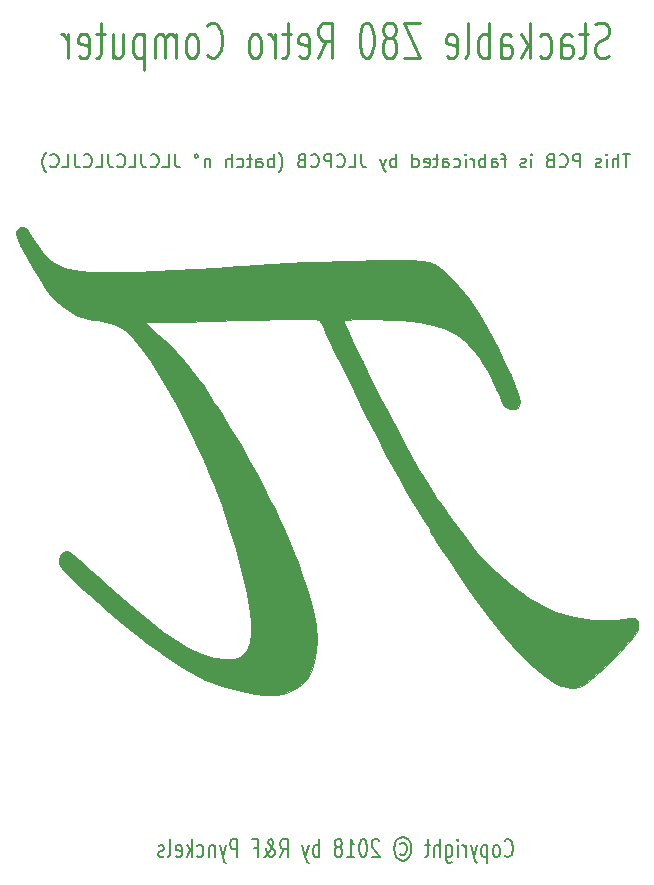
<source format=gbo>
%TF.GenerationSoftware,KiCad,Pcbnew,(5.0.0)*%
%TF.CreationDate,2018-10-23T17:24:24+02:00*%
%TF.ProjectId,S80 Memory,533830204D656D6F72792E6B69636164,1.0*%
%TF.SameCoordinates,Original*%
%TF.FileFunction,Legend,Bot*%
%TF.FilePolarity,Positive*%
%FSLAX46Y46*%
G04 Gerber Fmt 4.6, Leading zero omitted, Abs format (unit mm)*
G04 Created by KiCad (PCBNEW (5.0.0)) date 10/23/18 17:24:24*
%MOMM*%
%LPD*%
G01*
G04 APERTURE LIST*
%ADD10C,0.150000*%
%ADD11C,0.250000*%
%ADD12C,0.010000*%
G04 APERTURE END LIST*
D10*
X164079510Y-138833634D02*
X164131891Y-138905062D01*
X164289034Y-138976491D01*
X164393796Y-138976491D01*
X164550939Y-138905062D01*
X164655700Y-138762205D01*
X164708081Y-138619348D01*
X164760462Y-138333634D01*
X164760462Y-138119348D01*
X164708081Y-137833634D01*
X164655700Y-137690777D01*
X164550939Y-137547920D01*
X164393796Y-137476491D01*
X164289034Y-137476491D01*
X164131891Y-137547920D01*
X164079510Y-137619348D01*
X163450939Y-138976491D02*
X163555700Y-138905062D01*
X163608081Y-138833634D01*
X163660462Y-138690777D01*
X163660462Y-138262205D01*
X163608081Y-138119348D01*
X163555700Y-138047920D01*
X163450939Y-137976491D01*
X163293796Y-137976491D01*
X163189034Y-138047920D01*
X163136653Y-138119348D01*
X163084272Y-138262205D01*
X163084272Y-138690777D01*
X163136653Y-138833634D01*
X163189034Y-138905062D01*
X163293796Y-138976491D01*
X163450939Y-138976491D01*
X162612843Y-137976491D02*
X162612843Y-139476491D01*
X162612843Y-138047920D02*
X162508081Y-137976491D01*
X162298558Y-137976491D01*
X162193796Y-138047920D01*
X162141415Y-138119348D01*
X162089034Y-138262205D01*
X162089034Y-138690777D01*
X162141415Y-138833634D01*
X162193796Y-138905062D01*
X162298558Y-138976491D01*
X162508081Y-138976491D01*
X162612843Y-138905062D01*
X161722367Y-137976491D02*
X161460462Y-138976491D01*
X161198558Y-137976491D02*
X161460462Y-138976491D01*
X161565224Y-139333634D01*
X161617605Y-139405062D01*
X161722367Y-139476491D01*
X160779510Y-138976491D02*
X160779510Y-137976491D01*
X160779510Y-138262205D02*
X160727129Y-138119348D01*
X160674748Y-138047920D01*
X160569986Y-137976491D01*
X160465224Y-137976491D01*
X160098558Y-138976491D02*
X160098558Y-137976491D01*
X160098558Y-137476491D02*
X160150939Y-137547920D01*
X160098558Y-137619348D01*
X160046177Y-137547920D01*
X160098558Y-137476491D01*
X160098558Y-137619348D01*
X159103320Y-137976491D02*
X159103320Y-139190777D01*
X159155700Y-139333634D01*
X159208081Y-139405062D01*
X159312843Y-139476491D01*
X159469986Y-139476491D01*
X159574748Y-139405062D01*
X159103320Y-138905062D02*
X159208081Y-138976491D01*
X159417605Y-138976491D01*
X159522367Y-138905062D01*
X159574748Y-138833634D01*
X159627129Y-138690777D01*
X159627129Y-138262205D01*
X159574748Y-138119348D01*
X159522367Y-138047920D01*
X159417605Y-137976491D01*
X159208081Y-137976491D01*
X159103320Y-138047920D01*
X158579510Y-138976491D02*
X158579510Y-137476491D01*
X158108081Y-138976491D02*
X158108081Y-138190777D01*
X158160462Y-138047920D01*
X158265224Y-137976491D01*
X158422367Y-137976491D01*
X158527129Y-138047920D01*
X158579510Y-138119348D01*
X157741415Y-137976491D02*
X157322367Y-137976491D01*
X157584272Y-137476491D02*
X157584272Y-138762205D01*
X157531891Y-138905062D01*
X157427129Y-138976491D01*
X157322367Y-138976491D01*
X155227129Y-137833634D02*
X155331891Y-137762205D01*
X155541415Y-137762205D01*
X155646177Y-137833634D01*
X155750939Y-137976491D01*
X155803320Y-138119348D01*
X155803320Y-138405062D01*
X155750939Y-138547920D01*
X155646177Y-138690777D01*
X155541415Y-138762205D01*
X155331891Y-138762205D01*
X155227129Y-138690777D01*
X155436653Y-137262205D02*
X155698558Y-137333634D01*
X155960462Y-137547920D01*
X156117605Y-137905062D01*
X156169986Y-138262205D01*
X156117605Y-138619348D01*
X155960462Y-138976491D01*
X155698558Y-139190777D01*
X155436653Y-139262205D01*
X155174748Y-139190777D01*
X154912843Y-138976491D01*
X154755700Y-138619348D01*
X154703320Y-138262205D01*
X154755700Y-137905062D01*
X154912843Y-137547920D01*
X155174748Y-137333634D01*
X155436653Y-137262205D01*
X153446177Y-137619348D02*
X153393796Y-137547920D01*
X153289034Y-137476491D01*
X153027129Y-137476491D01*
X152922367Y-137547920D01*
X152869986Y-137619348D01*
X152817605Y-137762205D01*
X152817605Y-137905062D01*
X152869986Y-138119348D01*
X153498558Y-138976491D01*
X152817605Y-138976491D01*
X152136653Y-137476491D02*
X152031891Y-137476491D01*
X151927129Y-137547920D01*
X151874748Y-137619348D01*
X151822367Y-137762205D01*
X151769986Y-138047920D01*
X151769986Y-138405062D01*
X151822367Y-138690777D01*
X151874748Y-138833634D01*
X151927129Y-138905062D01*
X152031891Y-138976491D01*
X152136653Y-138976491D01*
X152241415Y-138905062D01*
X152293796Y-138833634D01*
X152346177Y-138690777D01*
X152398558Y-138405062D01*
X152398558Y-138047920D01*
X152346177Y-137762205D01*
X152293796Y-137619348D01*
X152241415Y-137547920D01*
X152136653Y-137476491D01*
X150722367Y-138976491D02*
X151350939Y-138976491D01*
X151036653Y-138976491D02*
X151036653Y-137476491D01*
X151141415Y-137690777D01*
X151246177Y-137833634D01*
X151350939Y-137905062D01*
X150093796Y-138119348D02*
X150198558Y-138047920D01*
X150250939Y-137976491D01*
X150303320Y-137833634D01*
X150303320Y-137762205D01*
X150250939Y-137619348D01*
X150198558Y-137547920D01*
X150093796Y-137476491D01*
X149884272Y-137476491D01*
X149779510Y-137547920D01*
X149727129Y-137619348D01*
X149674748Y-137762205D01*
X149674748Y-137833634D01*
X149727129Y-137976491D01*
X149779510Y-138047920D01*
X149884272Y-138119348D01*
X150093796Y-138119348D01*
X150198558Y-138190777D01*
X150250939Y-138262205D01*
X150303320Y-138405062D01*
X150303320Y-138690777D01*
X150250939Y-138833634D01*
X150198558Y-138905062D01*
X150093796Y-138976491D01*
X149884272Y-138976491D01*
X149779510Y-138905062D01*
X149727129Y-138833634D01*
X149674748Y-138690777D01*
X149674748Y-138405062D01*
X149727129Y-138262205D01*
X149779510Y-138190777D01*
X149884272Y-138119348D01*
X148365224Y-138976491D02*
X148365224Y-137476491D01*
X148365224Y-138047920D02*
X148260462Y-137976491D01*
X148050939Y-137976491D01*
X147946177Y-138047920D01*
X147893796Y-138119348D01*
X147841415Y-138262205D01*
X147841415Y-138690777D01*
X147893796Y-138833634D01*
X147946177Y-138905062D01*
X148050939Y-138976491D01*
X148260462Y-138976491D01*
X148365224Y-138905062D01*
X147474748Y-137976491D02*
X147212843Y-138976491D01*
X146950939Y-137976491D02*
X147212843Y-138976491D01*
X147317605Y-139333634D01*
X147369986Y-139405062D01*
X147474748Y-139476491D01*
X145065224Y-138976491D02*
X145431891Y-138262205D01*
X145693796Y-138976491D02*
X145693796Y-137476491D01*
X145274748Y-137476491D01*
X145169986Y-137547920D01*
X145117605Y-137619348D01*
X145065224Y-137762205D01*
X145065224Y-137976491D01*
X145117605Y-138119348D01*
X145169986Y-138190777D01*
X145274748Y-138262205D01*
X145693796Y-138262205D01*
X143703320Y-138976491D02*
X143755700Y-138976491D01*
X143860462Y-138905062D01*
X144017605Y-138690777D01*
X144279510Y-138262205D01*
X144384272Y-138047920D01*
X144436653Y-137833634D01*
X144436653Y-137690777D01*
X144384272Y-137547920D01*
X144279510Y-137476491D01*
X144227129Y-137476491D01*
X144122367Y-137547920D01*
X144069986Y-137690777D01*
X144069986Y-137762205D01*
X144122367Y-137905062D01*
X144174748Y-137976491D01*
X144489034Y-138262205D01*
X144541415Y-138333634D01*
X144593796Y-138476491D01*
X144593796Y-138690777D01*
X144541415Y-138833634D01*
X144489034Y-138905062D01*
X144384272Y-138976491D01*
X144227129Y-138976491D01*
X144122367Y-138905062D01*
X144069986Y-138833634D01*
X143912843Y-138547920D01*
X143860462Y-138333634D01*
X143860462Y-138190777D01*
X142865224Y-138190777D02*
X143231891Y-138190777D01*
X143231891Y-138976491D02*
X143231891Y-137476491D01*
X142708081Y-137476491D01*
X141450939Y-138976491D02*
X141450939Y-137476491D01*
X141031891Y-137476491D01*
X140927129Y-137547920D01*
X140874748Y-137619348D01*
X140822367Y-137762205D01*
X140822367Y-137976491D01*
X140874748Y-138119348D01*
X140927129Y-138190777D01*
X141031891Y-138262205D01*
X141450939Y-138262205D01*
X140455700Y-137976491D02*
X140193796Y-138976491D01*
X139931891Y-137976491D02*
X140193796Y-138976491D01*
X140298558Y-139333634D01*
X140350939Y-139405062D01*
X140455700Y-139476491D01*
X139512843Y-137976491D02*
X139512843Y-138976491D01*
X139512843Y-138119348D02*
X139460462Y-138047920D01*
X139355700Y-137976491D01*
X139198558Y-137976491D01*
X139093796Y-138047920D01*
X139041415Y-138190777D01*
X139041415Y-138976491D01*
X138046177Y-138905062D02*
X138150939Y-138976491D01*
X138360462Y-138976491D01*
X138465224Y-138905062D01*
X138517605Y-138833634D01*
X138569986Y-138690777D01*
X138569986Y-138262205D01*
X138517605Y-138119348D01*
X138465224Y-138047920D01*
X138360462Y-137976491D01*
X138150939Y-137976491D01*
X138046177Y-138047920D01*
X137574748Y-138976491D02*
X137574748Y-137476491D01*
X137469986Y-138405062D02*
X137155700Y-138976491D01*
X137155700Y-137976491D02*
X137574748Y-138547920D01*
X136265224Y-138905062D02*
X136369986Y-138976491D01*
X136579510Y-138976491D01*
X136684272Y-138905062D01*
X136736653Y-138762205D01*
X136736653Y-138190777D01*
X136684272Y-138047920D01*
X136579510Y-137976491D01*
X136369986Y-137976491D01*
X136265224Y-138047920D01*
X136212843Y-138190777D01*
X136212843Y-138333634D01*
X136736653Y-138476491D01*
X135584272Y-138976491D02*
X135689034Y-138905062D01*
X135741415Y-138762205D01*
X135741415Y-137476491D01*
X135217605Y-138905062D02*
X135112843Y-138976491D01*
X134903320Y-138976491D01*
X134798558Y-138905062D01*
X134746177Y-138762205D01*
X134746177Y-138690777D01*
X134798558Y-138547920D01*
X134903320Y-138476491D01*
X135060462Y-138476491D01*
X135165224Y-138405062D01*
X135217605Y-138262205D01*
X135217605Y-138190777D01*
X135165224Y-138047920D01*
X135060462Y-137976491D01*
X134903320Y-137976491D01*
X134798558Y-138047920D01*
D11*
X172879038Y-71175285D02*
X172593323Y-71318142D01*
X172117133Y-71318142D01*
X171926657Y-71175285D01*
X171831419Y-71032428D01*
X171736180Y-70746714D01*
X171736180Y-70461000D01*
X171831419Y-70175285D01*
X171926657Y-70032428D01*
X172117133Y-69889571D01*
X172498085Y-69746714D01*
X172688561Y-69603857D01*
X172783800Y-69461000D01*
X172879038Y-69175285D01*
X172879038Y-68889571D01*
X172783800Y-68603857D01*
X172688561Y-68461000D01*
X172498085Y-68318142D01*
X172021895Y-68318142D01*
X171736180Y-68461000D01*
X171164752Y-69318142D02*
X170402847Y-69318142D01*
X170879038Y-68318142D02*
X170879038Y-70889571D01*
X170783800Y-71175285D01*
X170593323Y-71318142D01*
X170402847Y-71318142D01*
X168879038Y-71318142D02*
X168879038Y-69746714D01*
X168974276Y-69461000D01*
X169164752Y-69318142D01*
X169545704Y-69318142D01*
X169736180Y-69461000D01*
X168879038Y-71175285D02*
X169069514Y-71318142D01*
X169545704Y-71318142D01*
X169736180Y-71175285D01*
X169831419Y-70889571D01*
X169831419Y-70603857D01*
X169736180Y-70318142D01*
X169545704Y-70175285D01*
X169069514Y-70175285D01*
X168879038Y-70032428D01*
X167069514Y-71175285D02*
X167259990Y-71318142D01*
X167640942Y-71318142D01*
X167831419Y-71175285D01*
X167926657Y-71032428D01*
X168021895Y-70746714D01*
X168021895Y-69889571D01*
X167926657Y-69603857D01*
X167831419Y-69461000D01*
X167640942Y-69318142D01*
X167259990Y-69318142D01*
X167069514Y-69461000D01*
X166212371Y-71318142D02*
X166212371Y-68318142D01*
X166021895Y-70175285D02*
X165450466Y-71318142D01*
X165450466Y-69318142D02*
X166212371Y-70461000D01*
X163736180Y-71318142D02*
X163736180Y-69746714D01*
X163831419Y-69461000D01*
X164021895Y-69318142D01*
X164402847Y-69318142D01*
X164593323Y-69461000D01*
X163736180Y-71175285D02*
X163926657Y-71318142D01*
X164402847Y-71318142D01*
X164593323Y-71175285D01*
X164688561Y-70889571D01*
X164688561Y-70603857D01*
X164593323Y-70318142D01*
X164402847Y-70175285D01*
X163926657Y-70175285D01*
X163736180Y-70032428D01*
X162783800Y-71318142D02*
X162783800Y-68318142D01*
X162783800Y-69461000D02*
X162593323Y-69318142D01*
X162212371Y-69318142D01*
X162021895Y-69461000D01*
X161926657Y-69603857D01*
X161831419Y-69889571D01*
X161831419Y-70746714D01*
X161926657Y-71032428D01*
X162021895Y-71175285D01*
X162212371Y-71318142D01*
X162593323Y-71318142D01*
X162783800Y-71175285D01*
X160688561Y-71318142D02*
X160879038Y-71175285D01*
X160974276Y-70889571D01*
X160974276Y-68318142D01*
X159164752Y-71175285D02*
X159355228Y-71318142D01*
X159736180Y-71318142D01*
X159926657Y-71175285D01*
X160021895Y-70889571D01*
X160021895Y-69746714D01*
X159926657Y-69461000D01*
X159736180Y-69318142D01*
X159355228Y-69318142D01*
X159164752Y-69461000D01*
X159069514Y-69746714D01*
X159069514Y-70032428D01*
X160021895Y-70318142D01*
X156879038Y-68318142D02*
X155545704Y-68318142D01*
X156879038Y-71318142D01*
X155545704Y-71318142D01*
X154498085Y-69603857D02*
X154688561Y-69461000D01*
X154783800Y-69318142D01*
X154879038Y-69032428D01*
X154879038Y-68889571D01*
X154783800Y-68603857D01*
X154688561Y-68461000D01*
X154498085Y-68318142D01*
X154117133Y-68318142D01*
X153926657Y-68461000D01*
X153831419Y-68603857D01*
X153736180Y-68889571D01*
X153736180Y-69032428D01*
X153831419Y-69318142D01*
X153926657Y-69461000D01*
X154117133Y-69603857D01*
X154498085Y-69603857D01*
X154688561Y-69746714D01*
X154783800Y-69889571D01*
X154879038Y-70175285D01*
X154879038Y-70746714D01*
X154783800Y-71032428D01*
X154688561Y-71175285D01*
X154498085Y-71318142D01*
X154117133Y-71318142D01*
X153926657Y-71175285D01*
X153831419Y-71032428D01*
X153736180Y-70746714D01*
X153736180Y-70175285D01*
X153831419Y-69889571D01*
X153926657Y-69746714D01*
X154117133Y-69603857D01*
X152498085Y-68318142D02*
X152307609Y-68318142D01*
X152117133Y-68461000D01*
X152021895Y-68603857D01*
X151926657Y-68889571D01*
X151831419Y-69461000D01*
X151831419Y-70175285D01*
X151926657Y-70746714D01*
X152021895Y-71032428D01*
X152117133Y-71175285D01*
X152307609Y-71318142D01*
X152498085Y-71318142D01*
X152688561Y-71175285D01*
X152783800Y-71032428D01*
X152879038Y-70746714D01*
X152974276Y-70175285D01*
X152974276Y-69461000D01*
X152879038Y-68889571D01*
X152783800Y-68603857D01*
X152688561Y-68461000D01*
X152498085Y-68318142D01*
X148307609Y-71318142D02*
X148974276Y-69889571D01*
X149450466Y-71318142D02*
X149450466Y-68318142D01*
X148688561Y-68318142D01*
X148498085Y-68461000D01*
X148402847Y-68603857D01*
X148307609Y-68889571D01*
X148307609Y-69318142D01*
X148402847Y-69603857D01*
X148498085Y-69746714D01*
X148688561Y-69889571D01*
X149450466Y-69889571D01*
X146688561Y-71175285D02*
X146879038Y-71318142D01*
X147259990Y-71318142D01*
X147450466Y-71175285D01*
X147545704Y-70889571D01*
X147545704Y-69746714D01*
X147450466Y-69461000D01*
X147259990Y-69318142D01*
X146879038Y-69318142D01*
X146688561Y-69461000D01*
X146593323Y-69746714D01*
X146593323Y-70032428D01*
X147545704Y-70318142D01*
X146021895Y-69318142D02*
X145259990Y-69318142D01*
X145736180Y-68318142D02*
X145736180Y-70889571D01*
X145640942Y-71175285D01*
X145450466Y-71318142D01*
X145259990Y-71318142D01*
X144593323Y-71318142D02*
X144593323Y-69318142D01*
X144593323Y-69889571D02*
X144498085Y-69603857D01*
X144402847Y-69461000D01*
X144212371Y-69318142D01*
X144021895Y-69318142D01*
X143069514Y-71318142D02*
X143259990Y-71175285D01*
X143355228Y-71032428D01*
X143450466Y-70746714D01*
X143450466Y-69889571D01*
X143355228Y-69603857D01*
X143259990Y-69461000D01*
X143069514Y-69318142D01*
X142783800Y-69318142D01*
X142593323Y-69461000D01*
X142498085Y-69603857D01*
X142402847Y-69889571D01*
X142402847Y-70746714D01*
X142498085Y-71032428D01*
X142593323Y-71175285D01*
X142783800Y-71318142D01*
X143069514Y-71318142D01*
X138879038Y-71032428D02*
X138974276Y-71175285D01*
X139259990Y-71318142D01*
X139450466Y-71318142D01*
X139736180Y-71175285D01*
X139926657Y-70889571D01*
X140021895Y-70603857D01*
X140117133Y-70032428D01*
X140117133Y-69603857D01*
X140021895Y-69032428D01*
X139926657Y-68746714D01*
X139736180Y-68461000D01*
X139450466Y-68318142D01*
X139259990Y-68318142D01*
X138974276Y-68461000D01*
X138879038Y-68603857D01*
X137736180Y-71318142D02*
X137926657Y-71175285D01*
X138021895Y-71032428D01*
X138117133Y-70746714D01*
X138117133Y-69889571D01*
X138021895Y-69603857D01*
X137926657Y-69461000D01*
X137736180Y-69318142D01*
X137450466Y-69318142D01*
X137259990Y-69461000D01*
X137164752Y-69603857D01*
X137069514Y-69889571D01*
X137069514Y-70746714D01*
X137164752Y-71032428D01*
X137259990Y-71175285D01*
X137450466Y-71318142D01*
X137736180Y-71318142D01*
X136212371Y-71318142D02*
X136212371Y-69318142D01*
X136212371Y-69603857D02*
X136117133Y-69461000D01*
X135926657Y-69318142D01*
X135640942Y-69318142D01*
X135450466Y-69461000D01*
X135355228Y-69746714D01*
X135355228Y-71318142D01*
X135355228Y-69746714D02*
X135259990Y-69461000D01*
X135069514Y-69318142D01*
X134783800Y-69318142D01*
X134593323Y-69461000D01*
X134498085Y-69746714D01*
X134498085Y-71318142D01*
X133545704Y-69318142D02*
X133545704Y-72318142D01*
X133545704Y-69461000D02*
X133355228Y-69318142D01*
X132974276Y-69318142D01*
X132783800Y-69461000D01*
X132688561Y-69603857D01*
X132593323Y-69889571D01*
X132593323Y-70746714D01*
X132688561Y-71032428D01*
X132783800Y-71175285D01*
X132974276Y-71318142D01*
X133355228Y-71318142D01*
X133545704Y-71175285D01*
X130879038Y-69318142D02*
X130879038Y-71318142D01*
X131736180Y-69318142D02*
X131736180Y-70889571D01*
X131640942Y-71175285D01*
X131450466Y-71318142D01*
X131164752Y-71318142D01*
X130974276Y-71175285D01*
X130879038Y-71032428D01*
X130212371Y-69318142D02*
X129450466Y-69318142D01*
X129926657Y-68318142D02*
X129926657Y-70889571D01*
X129831419Y-71175285D01*
X129640942Y-71318142D01*
X129450466Y-71318142D01*
X128021895Y-71175285D02*
X128212371Y-71318142D01*
X128593323Y-71318142D01*
X128783800Y-71175285D01*
X128879038Y-70889571D01*
X128879038Y-69746714D01*
X128783800Y-69461000D01*
X128593323Y-69318142D01*
X128212371Y-69318142D01*
X128021895Y-69461000D01*
X127926657Y-69746714D01*
X127926657Y-70032428D01*
X128879038Y-70318142D01*
X127069514Y-71318142D02*
X127069514Y-69318142D01*
X127069514Y-69889571D02*
X126974276Y-69603857D01*
X126879038Y-69461000D01*
X126688561Y-69318142D01*
X126498085Y-69318142D01*
D10*
X174700523Y-79461619D02*
X174071952Y-79461619D01*
X174386238Y-80561619D02*
X174386238Y-79461619D01*
X173705285Y-80561619D02*
X173705285Y-79461619D01*
X173233857Y-80561619D02*
X173233857Y-79985428D01*
X173286238Y-79880666D01*
X173391000Y-79828285D01*
X173548142Y-79828285D01*
X173652904Y-79880666D01*
X173705285Y-79933047D01*
X172710047Y-80561619D02*
X172710047Y-79828285D01*
X172710047Y-79461619D02*
X172762428Y-79514000D01*
X172710047Y-79566380D01*
X172657666Y-79514000D01*
X172710047Y-79461619D01*
X172710047Y-79566380D01*
X172238619Y-80509238D02*
X172133857Y-80561619D01*
X171924333Y-80561619D01*
X171819571Y-80509238D01*
X171767190Y-80404476D01*
X171767190Y-80352095D01*
X171819571Y-80247333D01*
X171924333Y-80194952D01*
X172081476Y-80194952D01*
X172186238Y-80142571D01*
X172238619Y-80037809D01*
X172238619Y-79985428D01*
X172186238Y-79880666D01*
X172081476Y-79828285D01*
X171924333Y-79828285D01*
X171819571Y-79880666D01*
X170457666Y-80561619D02*
X170457666Y-79461619D01*
X170038619Y-79461619D01*
X169933857Y-79514000D01*
X169881476Y-79566380D01*
X169829095Y-79671142D01*
X169829095Y-79828285D01*
X169881476Y-79933047D01*
X169933857Y-79985428D01*
X170038619Y-80037809D01*
X170457666Y-80037809D01*
X168729095Y-80456857D02*
X168781476Y-80509238D01*
X168938619Y-80561619D01*
X169043380Y-80561619D01*
X169200523Y-80509238D01*
X169305285Y-80404476D01*
X169357666Y-80299714D01*
X169410047Y-80090190D01*
X169410047Y-79933047D01*
X169357666Y-79723523D01*
X169305285Y-79618761D01*
X169200523Y-79514000D01*
X169043380Y-79461619D01*
X168938619Y-79461619D01*
X168781476Y-79514000D01*
X168729095Y-79566380D01*
X167891000Y-79985428D02*
X167733857Y-80037809D01*
X167681476Y-80090190D01*
X167629095Y-80194952D01*
X167629095Y-80352095D01*
X167681476Y-80456857D01*
X167733857Y-80509238D01*
X167838619Y-80561619D01*
X168257666Y-80561619D01*
X168257666Y-79461619D01*
X167891000Y-79461619D01*
X167786238Y-79514000D01*
X167733857Y-79566380D01*
X167681476Y-79671142D01*
X167681476Y-79775904D01*
X167733857Y-79880666D01*
X167786238Y-79933047D01*
X167891000Y-79985428D01*
X168257666Y-79985428D01*
X166319571Y-80561619D02*
X166319571Y-79828285D01*
X166319571Y-79461619D02*
X166371952Y-79514000D01*
X166319571Y-79566380D01*
X166267190Y-79514000D01*
X166319571Y-79461619D01*
X166319571Y-79566380D01*
X165848142Y-80509238D02*
X165743380Y-80561619D01*
X165533857Y-80561619D01*
X165429095Y-80509238D01*
X165376714Y-80404476D01*
X165376714Y-80352095D01*
X165429095Y-80247333D01*
X165533857Y-80194952D01*
X165691000Y-80194952D01*
X165795761Y-80142571D01*
X165848142Y-80037809D01*
X165848142Y-79985428D01*
X165795761Y-79880666D01*
X165691000Y-79828285D01*
X165533857Y-79828285D01*
X165429095Y-79880666D01*
X164224333Y-79828285D02*
X163805285Y-79828285D01*
X164067190Y-80561619D02*
X164067190Y-79618761D01*
X164014809Y-79514000D01*
X163910047Y-79461619D01*
X163805285Y-79461619D01*
X162967190Y-80561619D02*
X162967190Y-79985428D01*
X163019571Y-79880666D01*
X163124333Y-79828285D01*
X163333857Y-79828285D01*
X163438619Y-79880666D01*
X162967190Y-80509238D02*
X163071952Y-80561619D01*
X163333857Y-80561619D01*
X163438619Y-80509238D01*
X163491000Y-80404476D01*
X163491000Y-80299714D01*
X163438619Y-80194952D01*
X163333857Y-80142571D01*
X163071952Y-80142571D01*
X162967190Y-80090190D01*
X162443380Y-80561619D02*
X162443380Y-79461619D01*
X162443380Y-79880666D02*
X162338619Y-79828285D01*
X162129095Y-79828285D01*
X162024333Y-79880666D01*
X161971952Y-79933047D01*
X161919571Y-80037809D01*
X161919571Y-80352095D01*
X161971952Y-80456857D01*
X162024333Y-80509238D01*
X162129095Y-80561619D01*
X162338619Y-80561619D01*
X162443380Y-80509238D01*
X161448142Y-80561619D02*
X161448142Y-79828285D01*
X161448142Y-80037809D02*
X161395761Y-79933047D01*
X161343380Y-79880666D01*
X161238619Y-79828285D01*
X161133857Y-79828285D01*
X160767190Y-80561619D02*
X160767190Y-79828285D01*
X160767190Y-79461619D02*
X160819571Y-79514000D01*
X160767190Y-79566380D01*
X160714809Y-79514000D01*
X160767190Y-79461619D01*
X160767190Y-79566380D01*
X159771952Y-80509238D02*
X159876714Y-80561619D01*
X160086238Y-80561619D01*
X160191000Y-80509238D01*
X160243380Y-80456857D01*
X160295761Y-80352095D01*
X160295761Y-80037809D01*
X160243380Y-79933047D01*
X160191000Y-79880666D01*
X160086238Y-79828285D01*
X159876714Y-79828285D01*
X159771952Y-79880666D01*
X158829095Y-80561619D02*
X158829095Y-79985428D01*
X158881476Y-79880666D01*
X158986238Y-79828285D01*
X159195761Y-79828285D01*
X159300523Y-79880666D01*
X158829095Y-80509238D02*
X158933857Y-80561619D01*
X159195761Y-80561619D01*
X159300523Y-80509238D01*
X159352904Y-80404476D01*
X159352904Y-80299714D01*
X159300523Y-80194952D01*
X159195761Y-80142571D01*
X158933857Y-80142571D01*
X158829095Y-80090190D01*
X158462428Y-79828285D02*
X158043380Y-79828285D01*
X158305285Y-79461619D02*
X158305285Y-80404476D01*
X158252904Y-80509238D01*
X158148142Y-80561619D01*
X158043380Y-80561619D01*
X157257666Y-80509238D02*
X157362428Y-80561619D01*
X157571952Y-80561619D01*
X157676714Y-80509238D01*
X157729095Y-80404476D01*
X157729095Y-79985428D01*
X157676714Y-79880666D01*
X157571952Y-79828285D01*
X157362428Y-79828285D01*
X157257666Y-79880666D01*
X157205285Y-79985428D01*
X157205285Y-80090190D01*
X157729095Y-80194952D01*
X156262428Y-80561619D02*
X156262428Y-79461619D01*
X156262428Y-80509238D02*
X156367190Y-80561619D01*
X156576714Y-80561619D01*
X156681476Y-80509238D01*
X156733857Y-80456857D01*
X156786238Y-80352095D01*
X156786238Y-80037809D01*
X156733857Y-79933047D01*
X156681476Y-79880666D01*
X156576714Y-79828285D01*
X156367190Y-79828285D01*
X156262428Y-79880666D01*
X154900523Y-80561619D02*
X154900523Y-79461619D01*
X154900523Y-79880666D02*
X154795761Y-79828285D01*
X154586238Y-79828285D01*
X154481476Y-79880666D01*
X154429095Y-79933047D01*
X154376714Y-80037809D01*
X154376714Y-80352095D01*
X154429095Y-80456857D01*
X154481476Y-80509238D01*
X154586238Y-80561619D01*
X154795761Y-80561619D01*
X154900523Y-80509238D01*
X154010047Y-79828285D02*
X153748142Y-80561619D01*
X153486238Y-79828285D02*
X153748142Y-80561619D01*
X153852904Y-80823523D01*
X153905285Y-80875904D01*
X154010047Y-80928285D01*
X151914809Y-79461619D02*
X151914809Y-80247333D01*
X151967190Y-80404476D01*
X152071952Y-80509238D01*
X152229095Y-80561619D01*
X152333857Y-80561619D01*
X150867190Y-80561619D02*
X151391000Y-80561619D01*
X151391000Y-79461619D01*
X149871952Y-80456857D02*
X149924333Y-80509238D01*
X150081476Y-80561619D01*
X150186238Y-80561619D01*
X150343380Y-80509238D01*
X150448142Y-80404476D01*
X150500523Y-80299714D01*
X150552904Y-80090190D01*
X150552904Y-79933047D01*
X150500523Y-79723523D01*
X150448142Y-79618761D01*
X150343380Y-79514000D01*
X150186238Y-79461619D01*
X150081476Y-79461619D01*
X149924333Y-79514000D01*
X149871952Y-79566380D01*
X149400523Y-80561619D02*
X149400523Y-79461619D01*
X148981476Y-79461619D01*
X148876714Y-79514000D01*
X148824333Y-79566380D01*
X148771952Y-79671142D01*
X148771952Y-79828285D01*
X148824333Y-79933047D01*
X148876714Y-79985428D01*
X148981476Y-80037809D01*
X149400523Y-80037809D01*
X147671952Y-80456857D02*
X147724333Y-80509238D01*
X147881476Y-80561619D01*
X147986238Y-80561619D01*
X148143380Y-80509238D01*
X148248142Y-80404476D01*
X148300523Y-80299714D01*
X148352904Y-80090190D01*
X148352904Y-79933047D01*
X148300523Y-79723523D01*
X148248142Y-79618761D01*
X148143380Y-79514000D01*
X147986238Y-79461619D01*
X147881476Y-79461619D01*
X147724333Y-79514000D01*
X147671952Y-79566380D01*
X146833857Y-79985428D02*
X146676714Y-80037809D01*
X146624333Y-80090190D01*
X146571952Y-80194952D01*
X146571952Y-80352095D01*
X146624333Y-80456857D01*
X146676714Y-80509238D01*
X146781476Y-80561619D01*
X147200523Y-80561619D01*
X147200523Y-79461619D01*
X146833857Y-79461619D01*
X146729095Y-79514000D01*
X146676714Y-79566380D01*
X146624333Y-79671142D01*
X146624333Y-79775904D01*
X146676714Y-79880666D01*
X146729095Y-79933047D01*
X146833857Y-79985428D01*
X147200523Y-79985428D01*
X144948142Y-80980666D02*
X145000523Y-80928285D01*
X145105285Y-80771142D01*
X145157666Y-80666380D01*
X145210047Y-80509238D01*
X145262428Y-80247333D01*
X145262428Y-80037809D01*
X145210047Y-79775904D01*
X145157666Y-79618761D01*
X145105285Y-79514000D01*
X145000523Y-79356857D01*
X144948142Y-79304476D01*
X144529095Y-80561619D02*
X144529095Y-79461619D01*
X144529095Y-79880666D02*
X144424333Y-79828285D01*
X144214809Y-79828285D01*
X144110047Y-79880666D01*
X144057666Y-79933047D01*
X144005285Y-80037809D01*
X144005285Y-80352095D01*
X144057666Y-80456857D01*
X144110047Y-80509238D01*
X144214809Y-80561619D01*
X144424333Y-80561619D01*
X144529095Y-80509238D01*
X143062428Y-80561619D02*
X143062428Y-79985428D01*
X143114809Y-79880666D01*
X143219571Y-79828285D01*
X143429095Y-79828285D01*
X143533857Y-79880666D01*
X143062428Y-80509238D02*
X143167190Y-80561619D01*
X143429095Y-80561619D01*
X143533857Y-80509238D01*
X143586238Y-80404476D01*
X143586238Y-80299714D01*
X143533857Y-80194952D01*
X143429095Y-80142571D01*
X143167190Y-80142571D01*
X143062428Y-80090190D01*
X142695761Y-79828285D02*
X142276714Y-79828285D01*
X142538619Y-79461619D02*
X142538619Y-80404476D01*
X142486238Y-80509238D01*
X142381476Y-80561619D01*
X142276714Y-80561619D01*
X141438619Y-80509238D02*
X141543380Y-80561619D01*
X141752904Y-80561619D01*
X141857666Y-80509238D01*
X141910047Y-80456857D01*
X141962428Y-80352095D01*
X141962428Y-80037809D01*
X141910047Y-79933047D01*
X141857666Y-79880666D01*
X141752904Y-79828285D01*
X141543380Y-79828285D01*
X141438619Y-79880666D01*
X140967190Y-80561619D02*
X140967190Y-79461619D01*
X140495761Y-80561619D02*
X140495761Y-79985428D01*
X140548142Y-79880666D01*
X140652904Y-79828285D01*
X140810047Y-79828285D01*
X140914809Y-79880666D01*
X140967190Y-79933047D01*
X139133857Y-79828285D02*
X139133857Y-80561619D01*
X139133857Y-79933047D02*
X139081476Y-79880666D01*
X138976714Y-79828285D01*
X138819571Y-79828285D01*
X138714809Y-79880666D01*
X138662428Y-79985428D01*
X138662428Y-80561619D01*
X137981476Y-79461619D02*
X138086238Y-79514000D01*
X138138619Y-79618761D01*
X138086238Y-79723523D01*
X137981476Y-79775904D01*
X137876714Y-79723523D01*
X137824333Y-79618761D01*
X137876714Y-79514000D01*
X137981476Y-79461619D01*
X136148142Y-79461619D02*
X136148142Y-80247333D01*
X136200523Y-80404476D01*
X136305285Y-80509238D01*
X136462428Y-80561619D01*
X136567190Y-80561619D01*
X135100523Y-80561619D02*
X135624333Y-80561619D01*
X135624333Y-79461619D01*
X134105285Y-80456857D02*
X134157666Y-80509238D01*
X134314809Y-80561619D01*
X134419571Y-80561619D01*
X134576714Y-80509238D01*
X134681476Y-80404476D01*
X134733857Y-80299714D01*
X134786238Y-80090190D01*
X134786238Y-79933047D01*
X134733857Y-79723523D01*
X134681476Y-79618761D01*
X134576714Y-79514000D01*
X134419571Y-79461619D01*
X134314809Y-79461619D01*
X134157666Y-79514000D01*
X134105285Y-79566380D01*
X133319571Y-79461619D02*
X133319571Y-80247333D01*
X133371952Y-80404476D01*
X133476714Y-80509238D01*
X133633857Y-80561619D01*
X133738619Y-80561619D01*
X132271952Y-80561619D02*
X132795761Y-80561619D01*
X132795761Y-79461619D01*
X131276714Y-80456857D02*
X131329095Y-80509238D01*
X131486238Y-80561619D01*
X131590999Y-80561619D01*
X131748142Y-80509238D01*
X131852904Y-80404476D01*
X131905285Y-80299714D01*
X131957666Y-80090190D01*
X131957666Y-79933047D01*
X131905285Y-79723523D01*
X131852904Y-79618761D01*
X131748142Y-79514000D01*
X131590999Y-79461619D01*
X131486238Y-79461619D01*
X131329095Y-79514000D01*
X131276714Y-79566380D01*
X130490999Y-79461619D02*
X130490999Y-80247333D01*
X130543380Y-80404476D01*
X130648142Y-80509238D01*
X130805285Y-80561619D01*
X130910047Y-80561619D01*
X129443380Y-80561619D02*
X129967190Y-80561619D01*
X129967190Y-79461619D01*
X128448142Y-80456857D02*
X128500523Y-80509238D01*
X128657666Y-80561619D01*
X128762428Y-80561619D01*
X128919571Y-80509238D01*
X129024333Y-80404476D01*
X129076714Y-80299714D01*
X129129095Y-80090190D01*
X129129095Y-79933047D01*
X129076714Y-79723523D01*
X129024333Y-79618761D01*
X128919571Y-79514000D01*
X128762428Y-79461619D01*
X128657666Y-79461619D01*
X128500523Y-79514000D01*
X128448142Y-79566380D01*
X127662428Y-79461619D02*
X127662428Y-80247333D01*
X127714809Y-80404476D01*
X127819571Y-80509238D01*
X127976714Y-80561619D01*
X128081476Y-80561619D01*
X126614809Y-80561619D02*
X127138619Y-80561619D01*
X127138619Y-79461619D01*
X125619571Y-80456857D02*
X125671952Y-80509238D01*
X125829095Y-80561619D01*
X125933857Y-80561619D01*
X126090999Y-80509238D01*
X126195761Y-80404476D01*
X126248142Y-80299714D01*
X126300523Y-80090190D01*
X126300523Y-79933047D01*
X126248142Y-79723523D01*
X126195761Y-79618761D01*
X126090999Y-79514000D01*
X125933857Y-79461619D01*
X125829095Y-79461619D01*
X125671952Y-79514000D01*
X125619571Y-79566380D01*
X125252904Y-80980666D02*
X125200523Y-80928285D01*
X125095761Y-80771142D01*
X125043380Y-80666380D01*
X124990999Y-80509238D01*
X124938619Y-80247333D01*
X124938619Y-80037809D01*
X124990999Y-79775904D01*
X125043380Y-79618761D01*
X125095761Y-79514000D01*
X125200523Y-79356857D01*
X125252904Y-79304476D01*
D12*
G36*
X123164094Y-85615062D02*
X122901519Y-85798190D01*
X122717995Y-86007698D01*
X122671451Y-86204731D01*
X122754694Y-86505292D01*
X122843560Y-86732704D01*
X123038923Y-87145474D01*
X123362618Y-87747679D01*
X123777392Y-88475739D01*
X124245994Y-89266073D01*
X124731170Y-90055103D01*
X125195668Y-90779247D01*
X125351399Y-91012919D01*
X126007443Y-91800652D01*
X126828411Y-92515884D01*
X127597193Y-93000578D01*
X127964612Y-93139791D01*
X128535589Y-93302581D01*
X129215331Y-93463319D01*
X129590476Y-93539524D01*
X130280859Y-93685539D01*
X130904900Y-93843283D01*
X131371691Y-93988600D01*
X131528651Y-94054572D01*
X132033516Y-94424258D01*
X132631765Y-95045911D01*
X133305919Y-95890170D01*
X134038498Y-96927677D01*
X134812021Y-98129074D01*
X135609009Y-99465001D01*
X136411981Y-100906100D01*
X137203460Y-102423013D01*
X137965963Y-103986380D01*
X138682012Y-105566843D01*
X139334126Y-107135043D01*
X139368540Y-107222262D01*
X140108501Y-109188218D01*
X140762341Y-111097576D01*
X141325129Y-112926355D01*
X141791932Y-114650577D01*
X142157822Y-116246263D01*
X142417866Y-117689435D01*
X142567134Y-118956113D01*
X142600695Y-120022320D01*
X142513617Y-120864076D01*
X142300971Y-121457403D01*
X142297142Y-121463729D01*
X141845956Y-121929566D01*
X141207084Y-122186394D01*
X140405865Y-122239807D01*
X139467636Y-122095399D01*
X138417736Y-121758766D01*
X137281503Y-121235502D01*
X136084275Y-120531201D01*
X135162907Y-119888532D01*
X134098918Y-119066194D01*
X132898491Y-118087708D01*
X131634560Y-117015090D01*
X130380061Y-115910359D01*
X129207930Y-114835531D01*
X129092517Y-114726851D01*
X128451341Y-114137935D01*
X127879675Y-113644122D01*
X127418410Y-113278587D01*
X127108437Y-113074503D01*
X127017133Y-113043095D01*
X126685960Y-113176618D01*
X126435270Y-113507642D01*
X126327131Y-113931847D01*
X126350159Y-114164147D01*
X126509588Y-114428955D01*
X126879584Y-114852602D01*
X127430927Y-115409705D01*
X128134401Y-116074881D01*
X128960785Y-116822749D01*
X129880862Y-117627926D01*
X130865414Y-118465029D01*
X131885221Y-119308677D01*
X132911065Y-120133487D01*
X133913727Y-120914076D01*
X134863990Y-121625062D01*
X135301443Y-121940208D01*
X137040290Y-123069533D01*
X138727285Y-123940889D01*
X140419882Y-124578240D01*
X142175534Y-125005550D01*
X142943976Y-125127938D01*
X143742583Y-125226996D01*
X144331116Y-125268157D01*
X144796617Y-125249690D01*
X145226133Y-125169861D01*
X145553812Y-125075973D01*
X146344644Y-124764203D01*
X146939301Y-124358023D01*
X147389636Y-123800007D01*
X147747502Y-123032731D01*
X147945533Y-122427261D01*
X148138088Y-121497057D01*
X148187785Y-120472706D01*
X148089857Y-119325446D01*
X147839538Y-118026513D01*
X147432063Y-116547142D01*
X146862665Y-114858570D01*
X146553493Y-114025833D01*
X146247068Y-113251955D01*
X145869944Y-112347477D01*
X145459319Y-111397280D01*
X145052388Y-110486242D01*
X144686347Y-109699245D01*
X144433337Y-109187738D01*
X144154868Y-108637673D01*
X143875352Y-108065402D01*
X143833954Y-107978214D01*
X143638368Y-107588376D01*
X143340322Y-107023249D01*
X142986545Y-106370558D01*
X142746738Y-105937143D01*
X142356999Y-105238132D01*
X141965847Y-104535026D01*
X141631073Y-103931777D01*
X141485884Y-103669286D01*
X141174678Y-103133418D01*
X140857454Y-102630740D01*
X140675959Y-102369895D01*
X140450207Y-102045318D01*
X140330699Y-101827398D01*
X140325000Y-101801817D01*
X140244418Y-101641903D01*
X140027721Y-101293550D01*
X139712483Y-100815840D01*
X139493453Y-100494285D01*
X139136708Y-99963323D01*
X138856538Y-99521554D01*
X138690753Y-99229963D01*
X138661905Y-99153198D01*
X138558238Y-98956564D01*
X138425754Y-98823418D01*
X138221301Y-98598651D01*
X137923776Y-98208211D01*
X137637487Y-97795632D01*
X137175156Y-97192259D01*
X136494024Y-96437492D01*
X135619758Y-95557894D01*
X134578026Y-94580026D01*
X134201786Y-94240209D01*
X133597024Y-93698896D01*
X134504167Y-93697965D01*
X134850578Y-93693492D01*
X135461912Y-93681107D01*
X136300837Y-93661742D01*
X137330024Y-93636328D01*
X138512143Y-93605798D01*
X139809865Y-93571084D01*
X141185859Y-93533117D01*
X141789388Y-93516106D01*
X143481541Y-93470561D01*
X144889613Y-93438307D01*
X146031609Y-93419308D01*
X146925536Y-93413531D01*
X147589399Y-93420939D01*
X148041204Y-93441499D01*
X148298958Y-93475175D01*
X148370141Y-93503380D01*
X148549796Y-93748967D01*
X148739574Y-94145440D01*
X148778346Y-94248113D01*
X148898657Y-94531771D01*
X149135873Y-95045741D01*
X149470520Y-95750455D01*
X149883128Y-96606346D01*
X150354223Y-97573844D01*
X150864334Y-98613383D01*
X151393988Y-99685393D01*
X151923713Y-100750306D01*
X152434036Y-101768554D01*
X152905487Y-102700569D01*
X153318592Y-103506782D01*
X153600676Y-104047262D01*
X154140600Y-105057212D01*
X154709243Y-106099919D01*
X155282873Y-107133776D01*
X155837758Y-108117176D01*
X156350167Y-109008511D01*
X156796366Y-109766175D01*
X157152624Y-110348559D01*
X157395210Y-110714056D01*
X157428187Y-110757709D01*
X157630448Y-111052813D01*
X157711905Y-111244778D01*
X157790000Y-111433437D01*
X157989650Y-111777085D01*
X158145515Y-112018139D01*
X158370715Y-112355528D01*
X158726270Y-112889851D01*
X159175531Y-113565961D01*
X159681853Y-114328712D01*
X160124702Y-114996417D01*
X161417826Y-116880388D01*
X162688882Y-118602147D01*
X163921777Y-120143640D01*
X165100420Y-121486813D01*
X166208719Y-122613612D01*
X167230582Y-123505984D01*
X168149916Y-124145874D01*
X168406026Y-124287302D01*
X168883668Y-124472736D01*
X169442383Y-124611347D01*
X169553474Y-124628924D01*
X169950505Y-124645996D01*
X170339744Y-124566618D01*
X170763615Y-124365581D01*
X171264544Y-124017673D01*
X171884957Y-123497683D01*
X172667278Y-122780400D01*
X172672608Y-122775392D01*
X173678437Y-121793586D01*
X174460470Y-120950201D01*
X175011842Y-120253718D01*
X175325691Y-119712617D01*
X175401191Y-119403758D01*
X175338213Y-118989727D01*
X175122079Y-118769368D01*
X174711984Y-118722758D01*
X174176327Y-118805747D01*
X173436623Y-118897181D01*
X172506299Y-118913656D01*
X171486002Y-118861443D01*
X170476380Y-118746810D01*
X169578078Y-118576028D01*
X169301562Y-118502079D01*
X168440907Y-118219892D01*
X167662313Y-117893036D01*
X166867305Y-117473911D01*
X165957407Y-116914915D01*
X165780317Y-116800008D01*
X165229065Y-116401734D01*
X164559100Y-115859230D01*
X163826458Y-115224216D01*
X163087172Y-114548413D01*
X162397278Y-113883539D01*
X161812811Y-113281316D01*
X161389807Y-112793463D01*
X161283508Y-112649484D01*
X161045417Y-112314476D01*
X160687419Y-111825881D01*
X160273238Y-111270352D01*
X160116083Y-111061984D01*
X159717078Y-110523691D01*
X159272938Y-109906591D01*
X158818067Y-109260756D01*
X158386869Y-108636258D01*
X158013749Y-108083167D01*
X157733112Y-107651555D01*
X157579361Y-107391492D01*
X157560714Y-107342975D01*
X157481401Y-107183381D01*
X157285478Y-106883337D01*
X157233779Y-106809802D01*
X156920876Y-106326822D01*
X156497216Y-105607837D01*
X155982060Y-104689842D01*
X155394667Y-103609834D01*
X154754297Y-102404810D01*
X154080208Y-101111765D01*
X153391661Y-99767696D01*
X152707916Y-98409599D01*
X152048231Y-97074471D01*
X151431867Y-95799307D01*
X150878082Y-94621105D01*
X150797766Y-94446666D01*
X150346728Y-93463928D01*
X151723662Y-93417169D01*
X152407852Y-93411255D01*
X153285824Y-93428747D01*
X154250163Y-93466314D01*
X155193453Y-93520625D01*
X155299784Y-93528084D01*
X156790283Y-93677396D01*
X158032438Y-93906960D01*
X159074856Y-94240003D01*
X159966148Y-94699752D01*
X160754924Y-95309433D01*
X161489793Y-96092273D01*
X161968481Y-96714524D01*
X162268364Y-97185189D01*
X162634521Y-97839916D01*
X163018491Y-98582997D01*
X163371816Y-99318724D01*
X163646036Y-99951390D01*
X163748913Y-100230863D01*
X164031491Y-100762517D01*
X164433182Y-101033794D01*
X164897458Y-101035957D01*
X165167038Y-100909866D01*
X165314557Y-100678906D01*
X165334645Y-100316456D01*
X165221929Y-99795899D01*
X164971037Y-99090614D01*
X164576599Y-98173985D01*
X164125629Y-97211254D01*
X163846393Y-96621592D01*
X163624389Y-96138093D01*
X163487463Y-95822280D01*
X163457143Y-95734143D01*
X163383520Y-95566161D01*
X163198144Y-95241930D01*
X163102092Y-95086222D01*
X162803700Y-94591190D01*
X162481013Y-94025824D01*
X162380317Y-93841905D01*
X161788698Y-92840827D01*
X161102683Y-91838644D01*
X160365175Y-90886451D01*
X159619074Y-90035348D01*
X158907283Y-89336432D01*
X158272705Y-88840802D01*
X158089881Y-88731820D01*
X157694894Y-88595553D01*
X157072400Y-88498817D01*
X156189584Y-88436963D01*
X155936648Y-88426840D01*
X155200741Y-88414357D01*
X154211690Y-88417895D01*
X153018214Y-88435761D01*
X151669029Y-88466259D01*
X150212856Y-88507695D01*
X148698411Y-88558374D01*
X147174412Y-88616602D01*
X145689577Y-88680684D01*
X144292625Y-88748924D01*
X143032273Y-88819629D01*
X141957240Y-88891105D01*
X141458929Y-88930444D01*
X139673418Y-89071131D01*
X137886952Y-89190780D01*
X136133113Y-89288524D01*
X134445486Y-89363499D01*
X132857653Y-89414839D01*
X131403197Y-89441680D01*
X130115704Y-89443157D01*
X129028755Y-89418404D01*
X128175934Y-89366557D01*
X127594644Y-89287562D01*
X126787883Y-89075062D01*
X126129254Y-88788162D01*
X125556830Y-88379545D01*
X125008680Y-87801897D01*
X124422878Y-87007899D01*
X124226263Y-86713946D01*
X123892223Y-86225500D01*
X123602983Y-85836757D01*
X123411321Y-85617847D01*
X123387530Y-85599467D01*
X123164094Y-85615062D01*
X123164094Y-85615062D01*
G37*
X123164094Y-85615062D02*
X122901519Y-85798190D01*
X122717995Y-86007698D01*
X122671451Y-86204731D01*
X122754694Y-86505292D01*
X122843560Y-86732704D01*
X123038923Y-87145474D01*
X123362618Y-87747679D01*
X123777392Y-88475739D01*
X124245994Y-89266073D01*
X124731170Y-90055103D01*
X125195668Y-90779247D01*
X125351399Y-91012919D01*
X126007443Y-91800652D01*
X126828411Y-92515884D01*
X127597193Y-93000578D01*
X127964612Y-93139791D01*
X128535589Y-93302581D01*
X129215331Y-93463319D01*
X129590476Y-93539524D01*
X130280859Y-93685539D01*
X130904900Y-93843283D01*
X131371691Y-93988600D01*
X131528651Y-94054572D01*
X132033516Y-94424258D01*
X132631765Y-95045911D01*
X133305919Y-95890170D01*
X134038498Y-96927677D01*
X134812021Y-98129074D01*
X135609009Y-99465001D01*
X136411981Y-100906100D01*
X137203460Y-102423013D01*
X137965963Y-103986380D01*
X138682012Y-105566843D01*
X139334126Y-107135043D01*
X139368540Y-107222262D01*
X140108501Y-109188218D01*
X140762341Y-111097576D01*
X141325129Y-112926355D01*
X141791932Y-114650577D01*
X142157822Y-116246263D01*
X142417866Y-117689435D01*
X142567134Y-118956113D01*
X142600695Y-120022320D01*
X142513617Y-120864076D01*
X142300971Y-121457403D01*
X142297142Y-121463729D01*
X141845956Y-121929566D01*
X141207084Y-122186394D01*
X140405865Y-122239807D01*
X139467636Y-122095399D01*
X138417736Y-121758766D01*
X137281503Y-121235502D01*
X136084275Y-120531201D01*
X135162907Y-119888532D01*
X134098918Y-119066194D01*
X132898491Y-118087708D01*
X131634560Y-117015090D01*
X130380061Y-115910359D01*
X129207930Y-114835531D01*
X129092517Y-114726851D01*
X128451341Y-114137935D01*
X127879675Y-113644122D01*
X127418410Y-113278587D01*
X127108437Y-113074503D01*
X127017133Y-113043095D01*
X126685960Y-113176618D01*
X126435270Y-113507642D01*
X126327131Y-113931847D01*
X126350159Y-114164147D01*
X126509588Y-114428955D01*
X126879584Y-114852602D01*
X127430927Y-115409705D01*
X128134401Y-116074881D01*
X128960785Y-116822749D01*
X129880862Y-117627926D01*
X130865414Y-118465029D01*
X131885221Y-119308677D01*
X132911065Y-120133487D01*
X133913727Y-120914076D01*
X134863990Y-121625062D01*
X135301443Y-121940208D01*
X137040290Y-123069533D01*
X138727285Y-123940889D01*
X140419882Y-124578240D01*
X142175534Y-125005550D01*
X142943976Y-125127938D01*
X143742583Y-125226996D01*
X144331116Y-125268157D01*
X144796617Y-125249690D01*
X145226133Y-125169861D01*
X145553812Y-125075973D01*
X146344644Y-124764203D01*
X146939301Y-124358023D01*
X147389636Y-123800007D01*
X147747502Y-123032731D01*
X147945533Y-122427261D01*
X148138088Y-121497057D01*
X148187785Y-120472706D01*
X148089857Y-119325446D01*
X147839538Y-118026513D01*
X147432063Y-116547142D01*
X146862665Y-114858570D01*
X146553493Y-114025833D01*
X146247068Y-113251955D01*
X145869944Y-112347477D01*
X145459319Y-111397280D01*
X145052388Y-110486242D01*
X144686347Y-109699245D01*
X144433337Y-109187738D01*
X144154868Y-108637673D01*
X143875352Y-108065402D01*
X143833954Y-107978214D01*
X143638368Y-107588376D01*
X143340322Y-107023249D01*
X142986545Y-106370558D01*
X142746738Y-105937143D01*
X142356999Y-105238132D01*
X141965847Y-104535026D01*
X141631073Y-103931777D01*
X141485884Y-103669286D01*
X141174678Y-103133418D01*
X140857454Y-102630740D01*
X140675959Y-102369895D01*
X140450207Y-102045318D01*
X140330699Y-101827398D01*
X140325000Y-101801817D01*
X140244418Y-101641903D01*
X140027721Y-101293550D01*
X139712483Y-100815840D01*
X139493453Y-100494285D01*
X139136708Y-99963323D01*
X138856538Y-99521554D01*
X138690753Y-99229963D01*
X138661905Y-99153198D01*
X138558238Y-98956564D01*
X138425754Y-98823418D01*
X138221301Y-98598651D01*
X137923776Y-98208211D01*
X137637487Y-97795632D01*
X137175156Y-97192259D01*
X136494024Y-96437492D01*
X135619758Y-95557894D01*
X134578026Y-94580026D01*
X134201786Y-94240209D01*
X133597024Y-93698896D01*
X134504167Y-93697965D01*
X134850578Y-93693492D01*
X135461912Y-93681107D01*
X136300837Y-93661742D01*
X137330024Y-93636328D01*
X138512143Y-93605798D01*
X139809865Y-93571084D01*
X141185859Y-93533117D01*
X141789388Y-93516106D01*
X143481541Y-93470561D01*
X144889613Y-93438307D01*
X146031609Y-93419308D01*
X146925536Y-93413531D01*
X147589399Y-93420939D01*
X148041204Y-93441499D01*
X148298958Y-93475175D01*
X148370141Y-93503380D01*
X148549796Y-93748967D01*
X148739574Y-94145440D01*
X148778346Y-94248113D01*
X148898657Y-94531771D01*
X149135873Y-95045741D01*
X149470520Y-95750455D01*
X149883128Y-96606346D01*
X150354223Y-97573844D01*
X150864334Y-98613383D01*
X151393988Y-99685393D01*
X151923713Y-100750306D01*
X152434036Y-101768554D01*
X152905487Y-102700569D01*
X153318592Y-103506782D01*
X153600676Y-104047262D01*
X154140600Y-105057212D01*
X154709243Y-106099919D01*
X155282873Y-107133776D01*
X155837758Y-108117176D01*
X156350167Y-109008511D01*
X156796366Y-109766175D01*
X157152624Y-110348559D01*
X157395210Y-110714056D01*
X157428187Y-110757709D01*
X157630448Y-111052813D01*
X157711905Y-111244778D01*
X157790000Y-111433437D01*
X157989650Y-111777085D01*
X158145515Y-112018139D01*
X158370715Y-112355528D01*
X158726270Y-112889851D01*
X159175531Y-113565961D01*
X159681853Y-114328712D01*
X160124702Y-114996417D01*
X161417826Y-116880388D01*
X162688882Y-118602147D01*
X163921777Y-120143640D01*
X165100420Y-121486813D01*
X166208719Y-122613612D01*
X167230582Y-123505984D01*
X168149916Y-124145874D01*
X168406026Y-124287302D01*
X168883668Y-124472736D01*
X169442383Y-124611347D01*
X169553474Y-124628924D01*
X169950505Y-124645996D01*
X170339744Y-124566618D01*
X170763615Y-124365581D01*
X171264544Y-124017673D01*
X171884957Y-123497683D01*
X172667278Y-122780400D01*
X172672608Y-122775392D01*
X173678437Y-121793586D01*
X174460470Y-120950201D01*
X175011842Y-120253718D01*
X175325691Y-119712617D01*
X175401191Y-119403758D01*
X175338213Y-118989727D01*
X175122079Y-118769368D01*
X174711984Y-118722758D01*
X174176327Y-118805747D01*
X173436623Y-118897181D01*
X172506299Y-118913656D01*
X171486002Y-118861443D01*
X170476380Y-118746810D01*
X169578078Y-118576028D01*
X169301562Y-118502079D01*
X168440907Y-118219892D01*
X167662313Y-117893036D01*
X166867305Y-117473911D01*
X165957407Y-116914915D01*
X165780317Y-116800008D01*
X165229065Y-116401734D01*
X164559100Y-115859230D01*
X163826458Y-115224216D01*
X163087172Y-114548413D01*
X162397278Y-113883539D01*
X161812811Y-113281316D01*
X161389807Y-112793463D01*
X161283508Y-112649484D01*
X161045417Y-112314476D01*
X160687419Y-111825881D01*
X160273238Y-111270352D01*
X160116083Y-111061984D01*
X159717078Y-110523691D01*
X159272938Y-109906591D01*
X158818067Y-109260756D01*
X158386869Y-108636258D01*
X158013749Y-108083167D01*
X157733112Y-107651555D01*
X157579361Y-107391492D01*
X157560714Y-107342975D01*
X157481401Y-107183381D01*
X157285478Y-106883337D01*
X157233779Y-106809802D01*
X156920876Y-106326822D01*
X156497216Y-105607837D01*
X155982060Y-104689842D01*
X155394667Y-103609834D01*
X154754297Y-102404810D01*
X154080208Y-101111765D01*
X153391661Y-99767696D01*
X152707916Y-98409599D01*
X152048231Y-97074471D01*
X151431867Y-95799307D01*
X150878082Y-94621105D01*
X150797766Y-94446666D01*
X150346728Y-93463928D01*
X151723662Y-93417169D01*
X152407852Y-93411255D01*
X153285824Y-93428747D01*
X154250163Y-93466314D01*
X155193453Y-93520625D01*
X155299784Y-93528084D01*
X156790283Y-93677396D01*
X158032438Y-93906960D01*
X159074856Y-94240003D01*
X159966148Y-94699752D01*
X160754924Y-95309433D01*
X161489793Y-96092273D01*
X161968481Y-96714524D01*
X162268364Y-97185189D01*
X162634521Y-97839916D01*
X163018491Y-98582997D01*
X163371816Y-99318724D01*
X163646036Y-99951390D01*
X163748913Y-100230863D01*
X164031491Y-100762517D01*
X164433182Y-101033794D01*
X164897458Y-101035957D01*
X165167038Y-100909866D01*
X165314557Y-100678906D01*
X165334645Y-100316456D01*
X165221929Y-99795899D01*
X164971037Y-99090614D01*
X164576599Y-98173985D01*
X164125629Y-97211254D01*
X163846393Y-96621592D01*
X163624389Y-96138093D01*
X163487463Y-95822280D01*
X163457143Y-95734143D01*
X163383520Y-95566161D01*
X163198144Y-95241930D01*
X163102092Y-95086222D01*
X162803700Y-94591190D01*
X162481013Y-94025824D01*
X162380317Y-93841905D01*
X161788698Y-92840827D01*
X161102683Y-91838644D01*
X160365175Y-90886451D01*
X159619074Y-90035348D01*
X158907283Y-89336432D01*
X158272705Y-88840802D01*
X158089881Y-88731820D01*
X157694894Y-88595553D01*
X157072400Y-88498817D01*
X156189584Y-88436963D01*
X155936648Y-88426840D01*
X155200741Y-88414357D01*
X154211690Y-88417895D01*
X153018214Y-88435761D01*
X151669029Y-88466259D01*
X150212856Y-88507695D01*
X148698411Y-88558374D01*
X147174412Y-88616602D01*
X145689577Y-88680684D01*
X144292625Y-88748924D01*
X143032273Y-88819629D01*
X141957240Y-88891105D01*
X141458929Y-88930444D01*
X139673418Y-89071131D01*
X137886952Y-89190780D01*
X136133113Y-89288524D01*
X134445486Y-89363499D01*
X132857653Y-89414839D01*
X131403197Y-89441680D01*
X130115704Y-89443157D01*
X129028755Y-89418404D01*
X128175934Y-89366557D01*
X127594644Y-89287562D01*
X126787883Y-89075062D01*
X126129254Y-88788162D01*
X125556830Y-88379545D01*
X125008680Y-87801897D01*
X124422878Y-87007899D01*
X124226263Y-86713946D01*
X123892223Y-86225500D01*
X123602983Y-85836757D01*
X123411321Y-85617847D01*
X123387530Y-85599467D01*
X123164094Y-85615062D01*
M02*

</source>
